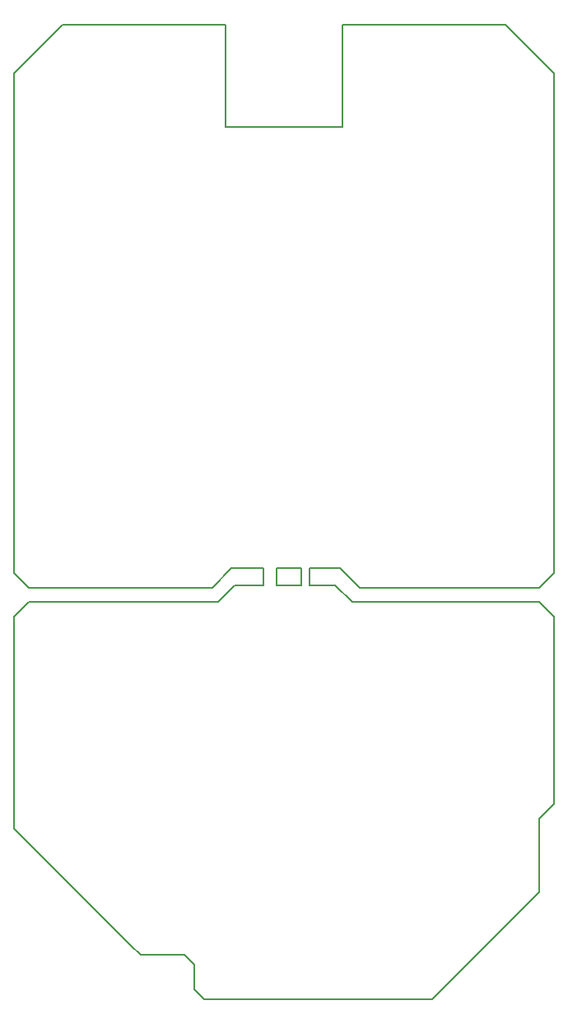
<source format=gbr>
%TF.GenerationSoftware,KiCad,Pcbnew,7.0.6-7.0.6~ubuntu22.04.1*%
%TF.CreationDate,2023-07-17T17:36:07+01:00*%
%TF.ProjectId,phasenom,70686173-656e-46f6-9d2e-6b696361645f,rev?*%
%TF.SameCoordinates,Original*%
%TF.FileFunction,Profile,NP*%
%FSLAX46Y46*%
G04 Gerber Fmt 4.6, Leading zero omitted, Abs format (unit mm)*
G04 Created by KiCad (PCBNEW 7.0.6-7.0.6~ubuntu22.04.1) date 2023-07-17 17:36:07*
%MOMM*%
%LPD*%
G01*
G04 APERTURE LIST*
%TA.AperFunction,Profile*%
%ADD10C,0.150000*%
%TD*%
G04 APERTURE END LIST*
D10*
X142010000Y-107800000D02*
X144510000Y-107800000D01*
X144510000Y-109550000D01*
X142010000Y-109550000D01*
X142010000Y-107800000D01*
X145400000Y-107750000D02*
X148500000Y-107750000D01*
X137700000Y-109500000D02*
X140600000Y-109500000D01*
X128000000Y-147500000D02*
X127000000Y-146500000D01*
X115000000Y-134500000D02*
X115000000Y-121000000D01*
X135350000Y-109750000D02*
X116500000Y-109750000D01*
X145400000Y-109500000D02*
X148000000Y-109500000D01*
X148750000Y-62500000D02*
X148750000Y-52000000D01*
X127000000Y-146500000D02*
X115000000Y-134500000D01*
X115000000Y-57000000D02*
X115000000Y-108250000D01*
X169000000Y-141000000D02*
X158000000Y-152000000D01*
X133500000Y-151000000D02*
X133500000Y-148500000D01*
X149750000Y-111250000D02*
X164750000Y-111250000D01*
X148500000Y-107750000D02*
X150500000Y-109750000D01*
X165500000Y-52000000D02*
X170500000Y-57000000D01*
X169000000Y-109750000D02*
X170500000Y-108250000D01*
X169000000Y-133500000D02*
X170500000Y-132000000D01*
X116500000Y-109750000D02*
X115000000Y-108250000D01*
X140600000Y-107750000D02*
X140600000Y-109500000D01*
X137350000Y-107750000D02*
X135350000Y-109750000D01*
X115000000Y-57000000D02*
X120000000Y-52000000D01*
X170500000Y-85000000D02*
X170500000Y-57000000D01*
X136750000Y-62500000D02*
X148750000Y-62500000D01*
X136750000Y-52000000D02*
X120000000Y-52000000D01*
X170500000Y-112750000D02*
X169000000Y-111250000D01*
X135950000Y-111250000D02*
X117000000Y-111250000D01*
X134500000Y-152000000D02*
X158000000Y-152000000D01*
X116500000Y-109750000D02*
X116500000Y-109750000D01*
X137700000Y-109500000D02*
X135950000Y-111250000D01*
X169000000Y-133500000D02*
X169000000Y-141000000D01*
X170500000Y-108250000D02*
X170500000Y-85000000D01*
X136750000Y-52000000D02*
X136750000Y-62500000D01*
X134500000Y-152000000D02*
X133500000Y-151000000D01*
X133500000Y-148500000D02*
X132500000Y-147500000D01*
X115000000Y-112750000D02*
X115000000Y-121000000D01*
X148750000Y-52000000D02*
X165500000Y-52000000D01*
X132500000Y-147500000D02*
X128500000Y-147500000D01*
X145400000Y-107750000D02*
X145400000Y-109500000D01*
X169000000Y-111250000D02*
X164750000Y-111250000D01*
X116500000Y-111250000D02*
X115000000Y-112750000D01*
X148000000Y-109500000D02*
X149750000Y-111250000D01*
X170500000Y-132000000D02*
X170500000Y-112750000D01*
X128500000Y-147500000D02*
X128000000Y-147500000D01*
X137350000Y-107750000D02*
X140600000Y-107750000D01*
X150500000Y-109750000D02*
X169000000Y-109750000D01*
X117000000Y-111250000D02*
X116500000Y-111250000D01*
M02*

</source>
